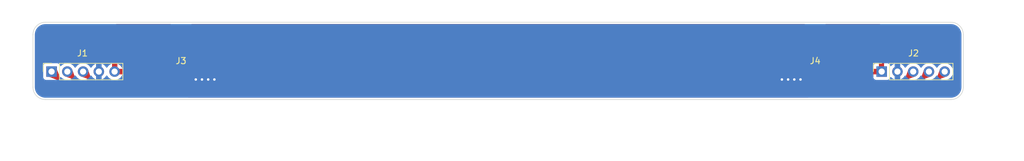
<source format=kicad_pcb>
(kicad_pcb (version 20240108) (generator "pcbnew") (generator_version "8.0")
  (layers (0 "F.Cu" signal) (31 "B.Cu" signal) (34 "B.Paste" user) (35 "F.Paste" user) (36 "B.SilkS" user "B.Silkscreen") (37 "F.SilkS" user "F.Silkscreen") (38 "B.Mask" user) (39 "F.Mask" user) (44 "Edge.Cuts" user))
  (net 0 "")
  (net 1 "DATA_OUT")
  (net 2 "GND")
  (net 3 "DATA_IN")
  (net 4 "DATA_LED_IN")
  (net 5 "+12V")
  (net 6 "DATA_LED_OUT")
  (footprint "Connector_PinSocket_2.54mm:PinSocket_1x05_P2.54mm_Vertical" (layer "F.Cu") (at 209.589997 95.471 90)
    (property "Reference" "J2" (at 2.971 5.136002 180) (layer "F.SilkS") (effects (font (thickness 0.153))))
    (property "Value" "Conn_01x05_Pin")
    (fp_line (start 1.33 -1.33) (end 1.33 0) (stroke (width 0.12)) (layer "F.SilkS"))
    (fp_line (start 0 -1.33) (end 1.33 -1.33) (stroke (width 0.12)) (layer "F.SilkS"))
    (fp_line (start 1.33 1.270001) (end 1.33 11.49) (stroke (width 0.12)) (layer "F.SilkS"))
    (fp_line (start -1.33 1.270001) (end 1.33 1.270001) (stroke (width 0.12)) (layer "F.SilkS"))
    (fp_line (start -1.33 1.270001) (end -1.33 11.49) (stroke (width 0.12)) (layer "F.SilkS"))
    (fp_line (start -1.33 11.49) (end 1.33 11.49) (stroke (width 0.12)) (layer "F.SilkS"))
    (pad "1" thru_hole rect (at 0 0 90) (size 1.7 1.7) (drill 1) (layers "*.Cu" "*.Mask") (net 5 "+12V"))
    (pad "2" thru_hole oval (at 0 2.54 90) (size 1.7 1.7) (drill 1) (layers "*.Cu" "*.Mask") (net 2 "GND"))
    (pad "3" thru_hole oval (at 0 5.079999 90) (size 1.7 1.7) (drill 1) (layers "*.Cu" "*.Mask") (net 3 "DATA_IN"))
    (pad "4" thru_hole oval (at 0 7.62 90) (size 1.7 1.7) (drill 1) (layers "*.Cu" "*.Mask") (net 1 "DATA_OUT"))
    (pad "5" thru_hole oval (at 0 10.16 90) (size 1.7 1.7) (drill 1) (layers "*.Cu" "*.Mask") (net 6 "DATA_LED_OUT"))
  )
  (footprint "User_Footprints:FCOB RGB LED Strip links" (layer "F.Cu") (at 97.749999 93.741)
    (property "Reference" "J3" (at -1.125 0 0) (layer "F.SilkS") (effects (font (thickness 0.153))))
    (property "Value" "Conn_01x03")
    (pad "1" smd roundrect (at -1.25 -5) (size 2.5 1.5) (layers "F.Cu" "F.Paste" "F.Mask") (roundrect_rratio 0.5) (chamfer_ratio 0) (chamfer top_right bottom_right) (net 5 "+12V"))
    (pad "2" smd roundrect (at -1.25 3) (size 2.5 1.5) (layers "F.Cu" "F.Paste" "F.Mask") (roundrect_rratio 0.5) (chamfer_ratio 0) (chamfer top_right bottom_right) (net 4 "DATA_LED_IN"))
    (pad "3" smd roundrect (at -1.25 5) (size 2.5 1.5) (layers "F.Cu" "F.Paste" "F.Mask") (roundrect_rratio 0.5) (chamfer_ratio 0) (chamfer top_right bottom_right) (net 2 "GND"))
  )
  (footprint "User_Footprints:FCOB RGB LED Strip rechts" (layer "F.Cu") (at 197.749999 93.741)
    (property "Reference" "J4" (at 1.125 0 0) (layer "F.SilkS") (effects (font (thickness 0.153))))
    (property "Value" "Conn_01x03")
    (pad "1" smd roundrect (at 1.25 -5) (size 2.5 1.5) (layers "F.Cu" "F.Paste" "F.Mask") (roundrect_rratio 0.5) (chamfer_ratio 0) (chamfer top_left bottom_left) (net 5 "+12V"))
    (pad "2" smd roundrect (at 1.25 3) (size 2.5 1.5) (layers "F.Cu" "F.Paste" "F.Mask") (roundrect_rratio 0.5) (chamfer_ratio 0) (chamfer top_left bottom_left) (net 6 "DATA_LED_OUT"))
    (pad "3" smd roundrect (at 1.25 5) (size 2.5 1.5) (layers "F.Cu" "F.Paste" "F.Mask") (roundrect_rratio 0.5) (chamfer_ratio 0) (chamfer top_left bottom_left) (net 2 "GND"))
  )
  (footprint "Connector_PinSocket_2.54mm:PinSocket_1x05_P2.54mm_Vertical" (layer "F.Cu") (at 75.749999 95.471 90)
    (property "Reference" "J1" (at 2.971 4.976 180) (layer "F.SilkS") (effects (font (thickness 0.153))))
    (property "Value" "Conn_01x05_Pin")
    (fp_line (start 1.33 -1.33) (end 1.33 0) (stroke (width 0.12)) (layer "F.SilkS"))
    (fp_line (start 0 -1.33) (end 1.33 -1.33) (stroke (width 0.12)) (layer "F.SilkS"))
    (fp_line (start 1.33 1.270001) (end 1.33 11.49) (stroke (width 0.12)) (layer "F.SilkS"))
    (fp_line (start -1.33 1.270001) (end 1.33 1.270001) (stroke (width 0.12)) (layer "F.SilkS"))
    (fp_line (start -1.33 1.270001) (end -1.33 11.49) (stroke (width 0.12)) (layer "F.SilkS"))
    (fp_line (start -1.33 11.49) (end 1.33 11.49) (stroke (width 0.12)) (layer "F.SilkS"))
    (pad "1" thru_hole rect (at 0 0 90) (size 1.7 1.7) (drill 1) (layers "*.Cu" "*.Mask") (net 4 "DATA_LED_IN"))
    (pad "2" thru_hole oval (at 0 2.54 90) (size 1.7 1.7) (drill 1) (layers "*.Cu" "*.Mask") (net 1 "DATA_OUT"))
    (pad "3" thru_hole oval (at 0 5.079999 90) (size 1.7 1.7) (drill 1) (layers "*.Cu" "*.Mask") (net 3 "DATA_IN"))
    (pad "4" thru_hole oval (at 0 7.62 90) (size 1.7 1.7) (drill 1) (layers "*.Cu" "*.Mask") (net 2 "GND"))
    (pad "5" thru_hole oval (at 0 10.16 90) (size 1.7 1.7) (drill 1) (layers "*.Cu" "*.Mask") (net 5 "+12V"))
  )
  (gr_arc (start 222.749999 97.990999) (mid 222.164212 99.405212) (end 220.749999 99.990997) (stroke (width 0.1)) (layer "Edge.Cuts"))
  (gr_arc (start 72.75 89.490998) (mid 73.335786 88.076786) (end 74.749999 87.490999) (stroke (width 0.1)) (layer "Edge.Cuts"))
  (gr_line (start 72.75 89.490999) (end 72.75 97.990999) (stroke (width 0.1)) (layer "Edge.Cuts"))
  (gr_arc (start 220.750001 87.490999) (mid 222.164212 88.076785) (end 222.749999 89.490996) (stroke (width 0.1)) (layer "Edge.Cuts"))
  (gr_line (start 74.749999 99.990998) (end 220.749999 99.990997) (stroke (width 0.1)) (layer "Edge.Cuts"))
  (gr_line (start 222.749999 97.990999) (end 222.749999 89.490999) (stroke (width 0.1)) (layer "Edge.Cuts"))
  (gr_arc (start 74.749999 99.990998) (mid 73.335786 99.405212) (end 72.75 97.990999) (stroke (width 0.1)) (layer "Edge.Cuts"))
  (gr_line (start 220.750001 87.490999) (end 74.749999 87.490999) (stroke (width 0.1)) (layer "Edge.Cuts"))
  (segment (start 214.898997 97.782) (end 217.209997 95.471) (width 0.3) (layer "F.Cu") (net 1))
  (segment (start 91.458999 97.782) (end 93.896699 95.3443) (width 0.3) (layer "F.Cu") (net 1))
  (segment (start 78.289999 95.471) (end 80.600999 97.782) (width 0.3) (layer "F.Cu") (net 1))
  (segment (start 80.600999 97.782) (end 91.458999 97.782) (width 0.3) (layer "F.Cu") (net 1))
  (segment (start 203.791001 97.782) (end 214.898997 97.782) (width 0.3) (layer "F.Cu") (net 1))
  (segment (start 201.353301 95.3443) (end 203.791001 97.782) (width 0.3) (layer "F.Cu") (net 1))
  (segment (start 93.896699 95.3443) (end 201.353301 95.3443) (width 0.3) (layer "F.Cu") (net 1))
  (via (at 101 96.75) (size 0.8) (drill 0.4) (layers "F.Cu" "B.Cu") (net 2))
  (via (at 100 96.75) (size 0.8) (drill 0.4) (layers "F.Cu" "B.Cu") (net 2))
  (via (at 99 96.75) (size 0.8) (drill 0.4) (layers "F.Cu" "B.Cu") (net 2))
  (via (at 102 96.75) (size 0.8) (drill 0.4) (layers "F.Cu" "B.Cu") (net 2))
  (via (at 193.5 96.75) (size 0.8) (drill 0.4) (layers "F.Cu" "B.Cu") (net 2))
  (via (at 194.5 96.75) (size 0.8) (drill 0.4) (layers "F.Cu" "B.Cu") (net 2))
  (via (at 195.5 96.75) (size 0.8) (drill 0.4) (layers "F.Cu" "B.Cu") (net 2))
  (via (at 196.5 96.75) (size 0.8) (drill 0.4) (layers "F.Cu" "B.Cu") (net 2))
  (segment (start 90.970999 97.02) (end 93.256999 94.734) (width 0.3) (layer "F.Cu") (net 3))
  (segment (start 204.279001 97.02) (end 213.120996 97.02) (width 0.3) (layer "F.Cu") (net 3))
  (segment (start 213.120996 97.02) (end 214.669996 95.471) (width 0.3) (layer "F.Cu") (net 3))
  (segment (start 80.829998 95.471) (end 82.378998 97.02) (width 0.3) (layer "F.Cu") (net 3))
  (segment (start 201.993001 94.734) (end 204.279001 97.02) (width 0.3) (layer "F.Cu") (net 3))
  (segment (start 93.256999 94.734) (end 201.993001 94.734) (width 0.3) (layer "F.Cu") (net 3))
  (segment (start 82.378998 97.02) (end 90.970999 97.02) (width 0.3) (layer "F.Cu") (net 3))
  (segment (start 78.822999 98.544) (end 91.947 98.544) (width 0.3) (layer "F.Cu") (net 4))
  (segment (start 75.749999 95.471) (end 78.822999 98.544) (width 0.3) (layer "F.Cu") (net 4))
  (segment (start 93.75 96.741) (end 96.499999 96.741) (width 0.3) (layer "F.Cu") (net 4))
  (segment (start 91.947 98.544) (end 93.75 96.741) (width 0.3) (layer "F.Cu") (net 4))
  (segment (start 216.676997 98.544) (end 203.303001 98.544) (width 0.3) (layer "F.Cu") (net 6))
  (segment (start 201.500001 96.741) (end 198.999999 96.741) (width 0.3) (layer "F.Cu") (net 6))
  (segment (start 219.749997 95.471) (end 216.676997 98.544) (width 0.3) (layer "F.Cu") (net 6))
  (segment (start 203.303001 98.544) (end 201.500001 96.741) (width 0.3) (layer "F.Cu") (net 6))
  (zone (net 2) (net_name "GND") (layer "F.Cu") (priority 1) (connect_pads yes (clearance 0.5)) (min_thickness 0.25) (fill yes (thermal_gap 0.5) (thermal_bridge_width 0.5) (smoothing fillet) (radius 1))
    (polygon (pts (xy 97.499999 102.741) (xy 97.499999 95.241) (xy 197.999999 95.241) (xy 197.999999 102.741)))
  )
  (zone (net 5) (net_name "+12V") (layer "F.Cu") (connect_pads (clearance 0.5)) (min_thickness 0.25) (fill yes (thermal_gap 0.5) (thermal_bridge_width 0.9) (smoothing fillet) (radius 1))
    (polygon (pts (xy 85.5 96.75) (xy 85.5 87.75) (xy 209.975999 87.75) (xy 209.975999 96.75)))
  )
  (zone (net 2) (net_name "GND") (layer "B.Cu") (connect_pads (clearance 0.5)) (min_thickness 0.25) (fill yes (thermal_gap 0.5) (thermal_bridge_width 0.9) (smoothing fillet) (radius 1))
    (polygon (pts (xy 70.225999 102) (xy 70.225999 85.5) (xy 225.225999 85.5) (xy 225.225999 102)))
  )
)
</source>
